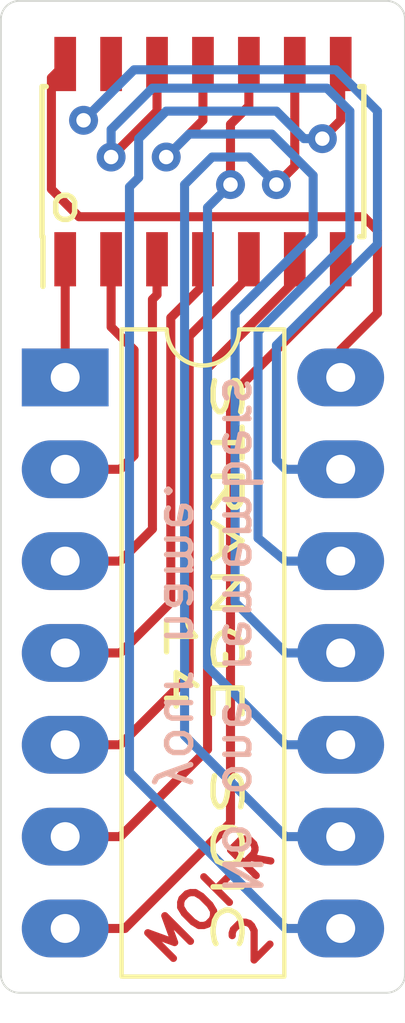
<source format=kicad_pcb>
(kicad_pcb (version 20171130) (host pcbnew 5.1.9+dfsg1-1+deb11u1)

  (general
    (thickness 1.6)
    (drawings 12)
    (tracks 102)
    (zones 0)
    (modules 2)
    (nets 15)
  )

  (page A4)
  (layers
    (0 F.Cu signal)
    (31 B.Cu signal)
    (32 B.Adhes user)
    (33 F.Adhes user)
    (34 B.Paste user)
    (35 F.Paste user)
    (36 B.SilkS user)
    (37 F.SilkS user)
    (38 B.Mask user)
    (39 F.Mask user)
    (40 Dwgs.User user)
    (41 Cmts.User user)
    (42 Eco1.User user)
    (43 Eco2.User user)
    (44 Edge.Cuts user)
    (45 Margin user)
    (46 B.CrtYd user)
    (47 F.CrtYd user)
    (48 B.Fab user)
    (49 F.Fab user hide)
  )

  (setup
    (last_trace_width 0.25)
    (trace_clearance 0.2)
    (zone_clearance 0.508)
    (zone_45_only no)
    (trace_min 0.2)
    (via_size 0.8)
    (via_drill 0.4)
    (via_min_size 0.4)
    (via_min_drill 0.3)
    (uvia_size 0.3)
    (uvia_drill 0.1)
    (uvias_allowed no)
    (uvia_min_size 0.2)
    (uvia_min_drill 0.1)
    (edge_width 0.05)
    (segment_width 0.2)
    (pcb_text_width 0.3)
    (pcb_text_size 1.5 1.5)
    (mod_edge_width 0.12)
    (mod_text_size 1 1)
    (mod_text_width 0.15)
    (pad_size 1.524 1.524)
    (pad_drill 0.762)
    (pad_to_mask_clearance 0)
    (aux_axis_origin 0 0)
    (visible_elements FFFFFF7F)
    (pcbplotparams
      (layerselection 0x010fc_ffffffff)
      (usegerberextensions false)
      (usegerberattributes true)
      (usegerberadvancedattributes true)
      (creategerberjobfile true)
      (excludeedgelayer true)
      (linewidth 0.100000)
      (plotframeref false)
      (viasonmask false)
      (mode 1)
      (useauxorigin false)
      (hpglpennumber 1)
      (hpglpenspeed 20)
      (hpglpendiameter 15.000000)
      (psnegative false)
      (psa4output false)
      (plotreference true)
      (plotvalue true)
      (plotinvisibletext false)
      (padsonsilk false)
      (subtractmaskfromsilk false)
      (outputformat 1)
      (mirror false)
      (drillshape 0)
      (scaleselection 1)
      (outputdirectory "soic14/"))
  )

  (net 0 "")
  (net 1 "Net-(J1-Pad14)")
  (net 2 "Net-(J1-Pad7)")
  (net 3 "Net-(J1-Pad13)")
  (net 4 "Net-(J1-Pad6)")
  (net 5 "Net-(J1-Pad12)")
  (net 6 "Net-(J1-Pad5)")
  (net 7 "Net-(J1-Pad11)")
  (net 8 "Net-(J1-Pad4)")
  (net 9 "Net-(J1-Pad10)")
  (net 10 "Net-(J1-Pad3)")
  (net 11 "Net-(J1-Pad9)")
  (net 12 "Net-(J1-Pad2)")
  (net 13 "Net-(J1-Pad8)")
  (net 14 "Net-(J1-Pad1)")

  (net_class Default "This is the default net class."
    (clearance 0.2)
    (trace_width 0.25)
    (via_dia 0.8)
    (via_drill 0.4)
    (uvia_dia 0.3)
    (uvia_drill 0.1)
    (add_net "Net-(J1-Pad1)")
    (add_net "Net-(J1-Pad10)")
    (add_net "Net-(J1-Pad11)")
    (add_net "Net-(J1-Pad12)")
    (add_net "Net-(J1-Pad13)")
    (add_net "Net-(J1-Pad14)")
    (add_net "Net-(J1-Pad2)")
    (add_net "Net-(J1-Pad3)")
    (add_net "Net-(J1-Pad4)")
    (add_net "Net-(J1-Pad5)")
    (add_net "Net-(J1-Pad6)")
    (add_net "Net-(J1-Pad7)")
    (add_net "Net-(J1-Pad8)")
    (add_net "Net-(J1-Pad9)")
  )

  (module Package_SO:SOIC-14_3.9x8.7mm_P1.27mm (layer F.Cu) (tedit 5A02F2D3) (tstamp 67A3393C)
    (at 149.86 84.709 90)
    (descr "14-Lead Plastic Small Outline (SL) - Narrow, 3.90 mm Body [SOIC] (see Microchip Packaging Specification 00000049BS.pdf)")
    (tags "SOIC 1.27")
    (path /67A2CA2D)
    (attr smd)
    (fp_text reference J2 (at 0 -5.375 90) (layer F.SilkS) hide
      (effects (font (size 1 1) (thickness 0.15)))
    )
    (fp_text value Conn_02x07_Counter_Clockwise (at -9.906 1.397 270) (layer F.Fab)
      (effects (font (size 1 1) (thickness 0.15)))
    )
    (fp_text user %R (at 0 0 90) (layer F.Fab)
      (effects (font (size 0.9 0.9) (thickness 0.135)))
    )
    (fp_line (start -0.95 -4.35) (end 1.95 -4.35) (layer F.Fab) (width 0.15))
    (fp_line (start 1.95 -4.35) (end 1.95 4.35) (layer F.Fab) (width 0.15))
    (fp_line (start 1.95 4.35) (end -1.95 4.35) (layer F.Fab) (width 0.15))
    (fp_line (start -1.95 4.35) (end -1.95 -3.35) (layer F.Fab) (width 0.15))
    (fp_line (start -1.95 -3.35) (end -0.95 -4.35) (layer F.Fab) (width 0.15))
    (fp_line (start -3.7 -4.65) (end -3.7 4.65) (layer F.CrtYd) (width 0.05))
    (fp_line (start 3.7 -4.65) (end 3.7 4.65) (layer F.CrtYd) (width 0.05))
    (fp_line (start -3.7 -4.65) (end 3.7 -4.65) (layer F.CrtYd) (width 0.05))
    (fp_line (start -3.7 4.65) (end 3.7 4.65) (layer F.CrtYd) (width 0.05))
    (fp_line (start -2.075 -4.45) (end -2.075 -4.425) (layer F.SilkS) (width 0.15))
    (fp_line (start 2.075 -4.45) (end 2.075 -4.335) (layer F.SilkS) (width 0.15))
    (fp_line (start 2.075 4.45) (end 2.075 4.335) (layer F.SilkS) (width 0.15))
    (fp_line (start -2.075 4.45) (end -2.075 4.335) (layer F.SilkS) (width 0.15))
    (fp_line (start -2.075 -4.45) (end 2.075 -4.45) (layer F.SilkS) (width 0.15))
    (fp_line (start -2.075 4.45) (end 2.075 4.45) (layer F.SilkS) (width 0.15))
    (fp_line (start -2.075 -4.425) (end -3.45 -4.425) (layer F.SilkS) (width 0.15))
    (pad 14 smd rect (at 2.7 -3.81 90) (size 1.5 0.6) (layers F.Cu F.Paste F.Mask)
      (net 1 "Net-(J1-Pad14)"))
    (pad 13 smd rect (at 2.7 -2.54 90) (size 1.5 0.6) (layers F.Cu F.Paste F.Mask)
      (net 3 "Net-(J1-Pad13)"))
    (pad 12 smd rect (at 2.7 -1.27 90) (size 1.5 0.6) (layers F.Cu F.Paste F.Mask)
      (net 5 "Net-(J1-Pad12)"))
    (pad 11 smd rect (at 2.7 0 90) (size 1.5 0.6) (layers F.Cu F.Paste F.Mask)
      (net 7 "Net-(J1-Pad11)"))
    (pad 10 smd rect (at 2.7 1.27 90) (size 1.5 0.6) (layers F.Cu F.Paste F.Mask)
      (net 9 "Net-(J1-Pad10)"))
    (pad 9 smd rect (at 2.7 2.54 90) (size 1.5 0.6) (layers F.Cu F.Paste F.Mask)
      (net 11 "Net-(J1-Pad9)"))
    (pad 8 smd rect (at 2.7 3.81 90) (size 1.5 0.6) (layers F.Cu F.Paste F.Mask)
      (net 13 "Net-(J1-Pad8)"))
    (pad 7 smd rect (at -2.7 3.81 90) (size 1.5 0.6) (layers F.Cu F.Paste F.Mask)
      (net 2 "Net-(J1-Pad7)"))
    (pad 6 smd rect (at -2.7 2.54 90) (size 1.5 0.6) (layers F.Cu F.Paste F.Mask)
      (net 4 "Net-(J1-Pad6)"))
    (pad 5 smd rect (at -2.7 1.27 90) (size 1.5 0.6) (layers F.Cu F.Paste F.Mask)
      (net 6 "Net-(J1-Pad5)"))
    (pad 4 smd rect (at -2.7 0 90) (size 1.5 0.6) (layers F.Cu F.Paste F.Mask)
      (net 8 "Net-(J1-Pad4)"))
    (pad 3 smd rect (at -2.7 -1.27 90) (size 1.5 0.6) (layers F.Cu F.Paste F.Mask)
      (net 10 "Net-(J1-Pad3)"))
    (pad 2 smd rect (at -2.7 -2.54 90) (size 1.5 0.6) (layers F.Cu F.Paste F.Mask)
      (net 12 "Net-(J1-Pad2)"))
    (pad 1 smd rect (at -2.7 -3.81 90) (size 1.5 0.6) (layers F.Cu F.Paste F.Mask)
      (net 14 "Net-(J1-Pad1)"))
    (model ${KISYS3DMOD}/Package_SO.3dshapes/SOIC-14_3.9x8.7mm_P1.27mm.wrl
      (at (xyz 0 0 0))
      (scale (xyz 1 1 1))
      (rotate (xyz 0 0 0))
    )
  )

  (module Package_DIP:DIP-14_W7.62mm_LongPads (layer F.Cu) (tedit 5A02E8C5) (tstamp 67A32A4A)
    (at 146.05 90.678)
    (descr "14-lead though-hole mounted DIP package, row spacing 7.62 mm (300 mils), LongPads")
    (tags "THT DIP DIL PDIP 2.54mm 7.62mm 300mil LongPads")
    (path /67A31831)
    (fp_text reference J1 (at 3.81 -2.33) (layer F.SilkS) hide
      (effects (font (size 1 1) (thickness 0.15)))
    )
    (fp_text value Conn_02x07_Counter_Clockwise (at 2.54 3.937 90) (layer F.Fab)
      (effects (font (size 1 1) (thickness 0.15)))
    )
    (fp_text user %R (at 3.81 7.62) (layer F.Fab)
      (effects (font (size 1 1) (thickness 0.15)))
    )
    (fp_arc (start 3.81 -1.33) (end 2.81 -1.33) (angle -180) (layer F.SilkS) (width 0.12))
    (fp_line (start 1.635 -1.27) (end 6.985 -1.27) (layer F.Fab) (width 0.1))
    (fp_line (start 6.985 -1.27) (end 6.985 16.51) (layer F.Fab) (width 0.1))
    (fp_line (start 6.985 16.51) (end 0.635 16.51) (layer F.Fab) (width 0.1))
    (fp_line (start 0.635 16.51) (end 0.635 -0.27) (layer F.Fab) (width 0.1))
    (fp_line (start 0.635 -0.27) (end 1.635 -1.27) (layer F.Fab) (width 0.1))
    (fp_line (start 2.81 -1.33) (end 1.56 -1.33) (layer F.SilkS) (width 0.12))
    (fp_line (start 1.56 -1.33) (end 1.56 16.57) (layer F.SilkS) (width 0.12))
    (fp_line (start 1.56 16.57) (end 6.06 16.57) (layer F.SilkS) (width 0.12))
    (fp_line (start 6.06 16.57) (end 6.06 -1.33) (layer F.SilkS) (width 0.12))
    (fp_line (start 6.06 -1.33) (end 4.81 -1.33) (layer F.SilkS) (width 0.12))
    (fp_line (start -1.45 -1.55) (end -1.45 16.8) (layer F.CrtYd) (width 0.05))
    (fp_line (start -1.45 16.8) (end 9.1 16.8) (layer F.CrtYd) (width 0.05))
    (fp_line (start 9.1 16.8) (end 9.1 -1.55) (layer F.CrtYd) (width 0.05))
    (fp_line (start 9.1 -1.55) (end -1.45 -1.55) (layer F.CrtYd) (width 0.05))
    (pad 14 thru_hole oval (at 7.62 0) (size 2.4 1.6) (drill 0.8) (layers *.Cu *.Mask)
      (net 1 "Net-(J1-Pad14)"))
    (pad 7 thru_hole oval (at 0 15.24) (size 2.4 1.6) (drill 0.8) (layers *.Cu *.Mask)
      (net 2 "Net-(J1-Pad7)"))
    (pad 13 thru_hole oval (at 7.62 2.54) (size 2.4 1.6) (drill 0.8) (layers *.Cu *.Mask)
      (net 3 "Net-(J1-Pad13)"))
    (pad 6 thru_hole oval (at 0 12.7) (size 2.4 1.6) (drill 0.8) (layers *.Cu *.Mask)
      (net 4 "Net-(J1-Pad6)"))
    (pad 12 thru_hole oval (at 7.62 5.08) (size 2.4 1.6) (drill 0.8) (layers *.Cu *.Mask)
      (net 5 "Net-(J1-Pad12)"))
    (pad 5 thru_hole oval (at 0 10.16) (size 2.4 1.6) (drill 0.8) (layers *.Cu *.Mask)
      (net 6 "Net-(J1-Pad5)"))
    (pad 11 thru_hole oval (at 7.62 7.62) (size 2.4 1.6) (drill 0.8) (layers *.Cu *.Mask)
      (net 7 "Net-(J1-Pad11)"))
    (pad 4 thru_hole oval (at 0 7.62) (size 2.4 1.6) (drill 0.8) (layers *.Cu *.Mask)
      (net 8 "Net-(J1-Pad4)"))
    (pad 10 thru_hole oval (at 7.62 10.16) (size 2.4 1.6) (drill 0.8) (layers *.Cu *.Mask)
      (net 9 "Net-(J1-Pad10)"))
    (pad 3 thru_hole oval (at 0 5.08) (size 2.4 1.6) (drill 0.8) (layers *.Cu *.Mask)
      (net 10 "Net-(J1-Pad3)"))
    (pad 9 thru_hole oval (at 7.62 12.7) (size 2.4 1.6) (drill 0.8) (layers *.Cu *.Mask)
      (net 11 "Net-(J1-Pad9)"))
    (pad 2 thru_hole oval (at 0 2.54) (size 2.4 1.6) (drill 0.8) (layers *.Cu *.Mask)
      (net 12 "Net-(J1-Pad2)"))
    (pad 8 thru_hole oval (at 7.62 15.24) (size 2.4 1.6) (drill 0.8) (layers *.Cu *.Mask)
      (net 13 "Net-(J1-Pad8)"))
    (pad 1 thru_hole rect (at 0 0) (size 2.4 1.6) (drill 0.8) (layers *.Cu *.Mask)
      (net 14 "Net-(J1-Pad1)"))
    (model ${KISYS3DMOD}/Package_DIP.3dshapes/DIP-14_W7.62mm.wrl
      (at (xyz 0 0 0))
      (scale (xyz 1 1 1))
      (rotate (xyz 0 0 0))
    )
  )

  (gr_text "No one remembers\nyour name." (at 150.114 97.79 -90) (layer B.SilkS)
    (effects (font (size 1 1) (thickness 0.15)) (justify mirror))
  )
  (gr_text o (at 146.05 85.852) (layer F.SilkS)
    (effects (font (size 1 1) (thickness 0.15)))
  )
  (gr_text "STRANGE SOIC\n14" (at 149.86 98.552 -90) (layer F.SilkS)
    (effects (font (size 0.8 1.5) (thickness 0.15)))
  )
  (gr_text "MOHR\n2" (at 150.622 105.664 45) (layer F.Cu)
    (effects (font (size 1 1) (thickness 0.2)))
  )
  (gr_arc (start 154.94 80.772) (end 155.448 80.772) (angle -90) (layer Edge.Cuts) (width 0.05) (tstamp 67A33AA0))
  (gr_arc (start 144.78 80.772) (end 144.78 80.264) (angle -90) (layer Edge.Cuts) (width 0.05) (tstamp 67A33AA0))
  (gr_arc (start 144.78 107.188) (end 144.272 107.188) (angle -90) (layer Edge.Cuts) (width 0.05) (tstamp 67A33AA0))
  (gr_arc (start 154.94 107.188) (end 154.94 107.696) (angle -90) (layer Edge.Cuts) (width 0.05))
  (gr_line (start 144.272 107.188) (end 144.272 80.772) (layer Edge.Cuts) (width 0.05) (tstamp 67A338E7))
  (gr_line (start 154.94 107.696) (end 144.78 107.696) (layer Edge.Cuts) (width 0.05))
  (gr_line (start 155.448 80.772) (end 155.448 107.188) (layer Edge.Cuts) (width 0.05))
  (gr_line (start 144.78 80.264) (end 154.94 80.264) (layer Edge.Cuts) (width 0.05))

  (segment (start 145.669 82.39) (end 146.05 82.009) (width 0.25) (layer F.Cu) (net 1))
  (segment (start 145.669 85.471) (end 145.669 82.39) (width 0.25) (layer F.Cu) (net 1))
  (segment (start 154.686 88.9) (end 154.686 86.614) (width 0.25) (layer F.Cu) (net 1))
  (segment (start 154.305 86.233) (end 146.431 86.233) (width 0.25) (layer F.Cu) (net 1))
  (segment (start 153.67 89.916) (end 154.686 88.9) (width 0.25) (layer F.Cu) (net 1))
  (segment (start 146.431 86.233) (end 145.669 85.471) (width 0.25) (layer F.Cu) (net 1))
  (segment (start 154.686 86.614) (end 154.305 86.233) (width 0.25) (layer F.Cu) (net 1))
  (segment (start 153.67 90.678) (end 153.67 89.916) (width 0.25) (layer F.Cu) (net 1))
  (segment (start 147.701 105.918) (end 146.05 105.918) (width 0.25) (layer F.Cu) (net 2))
  (segment (start 150.622 102.997) (end 147.701 105.918) (width 0.25) (layer F.Cu) (net 2))
  (segment (start 150.622 91.186) (end 150.622 102.997) (width 0.25) (layer F.Cu) (net 2))
  (segment (start 153.67 88.138) (end 150.622 91.186) (width 0.25) (layer F.Cu) (net 2))
  (segment (start 153.67 87.409) (end 153.67 88.138) (width 0.25) (layer F.Cu) (net 2))
  (segment (start 151.892 92.964) (end 152.146 93.218) (width 0.25) (layer B.Cu) (net 3))
  (segment (start 151.892 89.789) (end 151.892 92.964) (width 0.25) (layer B.Cu) (net 3))
  (segment (start 154.686 86.995) (end 151.892 89.789) (width 0.25) (layer B.Cu) (net 3))
  (segment (start 154.686 83.312) (end 154.686 86.995) (width 0.25) (layer B.Cu) (net 3))
  (segment (start 153.543 82.169) (end 154.686 83.312) (width 0.25) (layer B.Cu) (net 3))
  (segment (start 147.955 82.169) (end 153.543 82.169) (width 0.25) (layer B.Cu) (net 3))
  (segment (start 152.146 93.218) (end 153.67 93.218) (width 0.25) (layer B.Cu) (net 3))
  (segment (start 146.558 83.566) (end 147.955 82.169) (width 0.25) (layer B.Cu) (net 3))
  (via (at 146.558 83.566) (size 0.8) (drill 0.4) (layers F.Cu B.Cu) (net 3))
  (segment (start 147.32 82.804) (end 147.32 82.009) (width 0.25) (layer F.Cu) (net 3))
  (segment (start 146.558 83.566) (end 147.32 82.804) (width 0.25) (layer F.Cu) (net 3))
  (segment (start 147.574 103.378) (end 146.05 103.378) (width 0.25) (layer F.Cu) (net 4))
  (segment (start 149.987 100.965) (end 147.574 103.378) (width 0.25) (layer F.Cu) (net 4))
  (segment (start 149.987 90.424) (end 149.987 100.965) (width 0.25) (layer F.Cu) (net 4))
  (segment (start 152.4 88.011) (end 149.987 90.424) (width 0.25) (layer F.Cu) (net 4))
  (segment (start 152.4 87.409) (end 152.4 88.011) (width 0.25) (layer F.Cu) (net 4))
  (segment (start 152.146 95.758) (end 153.67 95.758) (width 0.25) (layer B.Cu) (net 5))
  (segment (start 151.384 95.123) (end 152.146 95.758) (width 0.25) (layer B.Cu) (net 5))
  (segment (start 153.924 86.868) (end 151.384 89.408) (width 0.25) (layer B.Cu) (net 5))
  (segment (start 153.924 83.312) (end 153.924 86.868) (width 0.25) (layer B.Cu) (net 5))
  (segment (start 148.463 82.677) (end 153.289 82.677) (width 0.25) (layer B.Cu) (net 5))
  (segment (start 153.289 82.677) (end 153.924 83.312) (width 0.25) (layer B.Cu) (net 5))
  (segment (start 147.32 83.82) (end 148.463 82.677) (width 0.25) (layer B.Cu) (net 5))
  (segment (start 148.59 83.312) (end 148.59 82.009) (width 0.25) (layer F.Cu) (net 5))
  (segment (start 147.32 84.582) (end 147.32 83.82) (width 0.25) (layer B.Cu) (net 5))
  (segment (start 147.32 84.582) (end 148.59 83.312) (width 0.25) (layer F.Cu) (net 5))
  (segment (start 151.384 89.408) (end 151.384 95.123) (width 0.25) (layer B.Cu) (net 5))
  (via (at 147.32 84.582) (size 0.8) (drill 0.4) (layers F.Cu B.Cu) (net 5))
  (segment (start 147.574 100.838) (end 146.05 100.838) (width 0.25) (layer F.Cu) (net 6))
  (segment (start 149.479 98.933) (end 147.574 100.838) (width 0.25) (layer F.Cu) (net 6))
  (segment (start 149.479 89.535) (end 149.479 98.933) (width 0.25) (layer F.Cu) (net 6))
  (segment (start 151.13 87.884) (end 149.479 89.535) (width 0.25) (layer F.Cu) (net 6))
  (segment (start 151.13 87.409) (end 151.13 87.884) (width 0.25) (layer F.Cu) (net 6))
  (segment (start 152.146 98.298) (end 153.67 98.298) (width 0.25) (layer B.Cu) (net 7))
  (segment (start 150.749 88.9) (end 150.749 96.901) (width 0.25) (layer B.Cu) (net 7))
  (segment (start 152.908 86.741) (end 150.749 88.9) (width 0.25) (layer B.Cu) (net 7))
  (segment (start 152.908 85.09) (end 152.908 86.741) (width 0.25) (layer B.Cu) (net 7))
  (segment (start 151.765 83.947) (end 152.908 85.09) (width 0.25) (layer B.Cu) (net 7))
  (segment (start 149.479 83.947) (end 151.765 83.947) (width 0.25) (layer B.Cu) (net 7))
  (segment (start 148.844 84.582) (end 149.479 83.947) (width 0.25) (layer B.Cu) (net 7))
  (segment (start 150.749 96.901) (end 152.146 98.298) (width 0.25) (layer B.Cu) (net 7))
  (segment (start 149.86 83.566) (end 149.86 82.009) (width 0.25) (layer F.Cu) (net 7))
  (segment (start 148.844 84.582) (end 149.86 83.566) (width 0.25) (layer F.Cu) (net 7))
  (via (at 148.844 84.582) (size 0.8) (drill 0.4) (layers F.Cu B.Cu) (net 7))
  (segment (start 147.574 98.298) (end 146.05 98.298) (width 0.25) (layer F.Cu) (net 8))
  (segment (start 148.971 96.901) (end 147.574 98.298) (width 0.25) (layer F.Cu) (net 8))
  (segment (start 148.971 89.027) (end 148.971 96.901) (width 0.25) (layer F.Cu) (net 8))
  (segment (start 149.86 88.138) (end 148.971 89.027) (width 0.25) (layer F.Cu) (net 8))
  (segment (start 149.86 87.409) (end 149.86 88.138) (width 0.25) (layer F.Cu) (net 8))
  (segment (start 151.13 83.1685) (end 151.13 82.009) (width 0.25) (layer F.Cu) (net 9))
  (segment (start 150.622 83.6765) (end 151.13 83.1685) (width 0.25) (layer F.Cu) (net 9))
  (segment (start 150.622 85.344) (end 150.622 83.6765) (width 0.25) (layer F.Cu) (net 9))
  (segment (start 149.987 98.679) (end 152.146 100.838) (width 0.25) (layer B.Cu) (net 9))
  (segment (start 152.146 100.838) (end 153.67 100.838) (width 0.25) (layer B.Cu) (net 9))
  (segment (start 149.987 85.979) (end 149.987 98.679) (width 0.25) (layer B.Cu) (net 9))
  (segment (start 150.622 85.344) (end 149.987 85.979) (width 0.25) (layer B.Cu) (net 9))
  (via (at 150.622 85.344) (size 0.8) (drill 0.4) (layers F.Cu B.Cu) (net 9))
  (segment (start 148.463 94.869) (end 147.574 95.758) (width 0.25) (layer F.Cu) (net 10))
  (segment (start 147.574 95.758) (end 146.05 95.758) (width 0.25) (layer F.Cu) (net 10))
  (segment (start 148.463 88.519) (end 148.463 94.869) (width 0.25) (layer F.Cu) (net 10))
  (segment (start 148.59 88.392) (end 148.463 88.519) (width 0.25) (layer F.Cu) (net 10))
  (segment (start 148.59 87.409) (end 148.59 88.392) (width 0.25) (layer F.Cu) (net 10))
  (segment (start 152.4 84.836) (end 152.4 82.009) (width 0.25) (layer F.Cu) (net 11))
  (segment (start 151.892 85.344) (end 152.4 84.836) (width 0.25) (layer F.Cu) (net 11))
  (via (at 151.892 85.344) (size 0.8) (drill 0.4) (layers F.Cu B.Cu) (net 11))
  (segment (start 152.146 103.378) (end 153.67 103.378) (width 0.25) (layer B.Cu) (net 11))
  (segment (start 149.352 100.584) (end 152.146 103.378) (width 0.25) (layer B.Cu) (net 11))
  (segment (start 149.352 85.344) (end 149.352 100.584) (width 0.25) (layer B.Cu) (net 11))
  (segment (start 150.114 84.582) (end 149.352 85.344) (width 0.25) (layer B.Cu) (net 11))
  (segment (start 151.13 84.582) (end 150.114 84.582) (width 0.25) (layer B.Cu) (net 11))
  (segment (start 151.892 85.344) (end 151.13 84.582) (width 0.25) (layer B.Cu) (net 11))
  (segment (start 147.955 92.837) (end 147.574 93.218) (width 0.25) (layer F.Cu) (net 12))
  (segment (start 147.955 89.916) (end 147.955 92.837) (width 0.25) (layer F.Cu) (net 12))
  (segment (start 147.32 89.281) (end 147.955 89.916) (width 0.25) (layer F.Cu) (net 12))
  (segment (start 147.574 93.218) (end 146.05 93.218) (width 0.25) (layer F.Cu) (net 12))
  (segment (start 147.32 87.409) (end 147.32 89.281) (width 0.25) (layer F.Cu) (net 12))
  (segment (start 153.67 83.566) (end 153.67 82.009) (width 0.25) (layer F.Cu) (net 13))
  (segment (start 153.162 84.074) (end 153.67 83.566) (width 0.25) (layer F.Cu) (net 13))
  (via (at 153.162 84.074) (size 0.8) (drill 0.4) (layers F.Cu B.Cu) (net 13))
  (segment (start 152.146 105.918) (end 153.67 105.918) (width 0.25) (layer B.Cu) (net 13))
  (segment (start 147.828 85.4075) (end 147.828 101.6) (width 0.25) (layer B.Cu) (net 13))
  (segment (start 148.082 85.1535) (end 147.828 85.4075) (width 0.25) (layer B.Cu) (net 13))
  (segment (start 148.082 84.074) (end 148.082 85.1535) (width 0.25) (layer B.Cu) (net 13))
  (segment (start 148.844 83.312) (end 148.082 84.074) (width 0.25) (layer B.Cu) (net 13))
  (segment (start 147.828 101.6) (end 152.146 105.918) (width 0.25) (layer B.Cu) (net 13))
  (segment (start 152.654 84.074) (end 151.892 83.312) (width 0.25) (layer B.Cu) (net 13))
  (segment (start 151.892 83.312) (end 148.844 83.312) (width 0.25) (layer B.Cu) (net 13))
  (segment (start 153.162 84.074) (end 152.654 84.074) (width 0.25) (layer B.Cu) (net 13))
  (segment (start 146.05 87.409) (end 146.05 90.678) (width 0.25) (layer F.Cu) (net 14))

)

</source>
